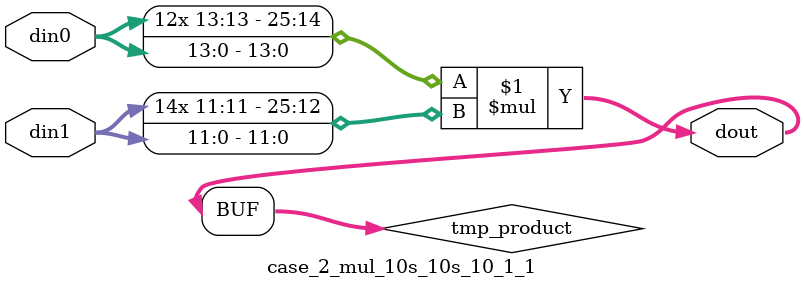
<source format=v>

`timescale 1 ns / 1 ps

 module case_2_mul_10s_10s_10_1_1(din0, din1, dout);
parameter ID = 1;
parameter NUM_STAGE = 0;
parameter din0_WIDTH = 14;
parameter din1_WIDTH = 12;
parameter dout_WIDTH = 26;

input [din0_WIDTH - 1 : 0] din0; 
input [din1_WIDTH - 1 : 0] din1; 
output [dout_WIDTH - 1 : 0] dout;

wire signed [dout_WIDTH - 1 : 0] tmp_product;



























assign tmp_product = $signed(din0) * $signed(din1);








assign dout = tmp_product;





















endmodule

</source>
